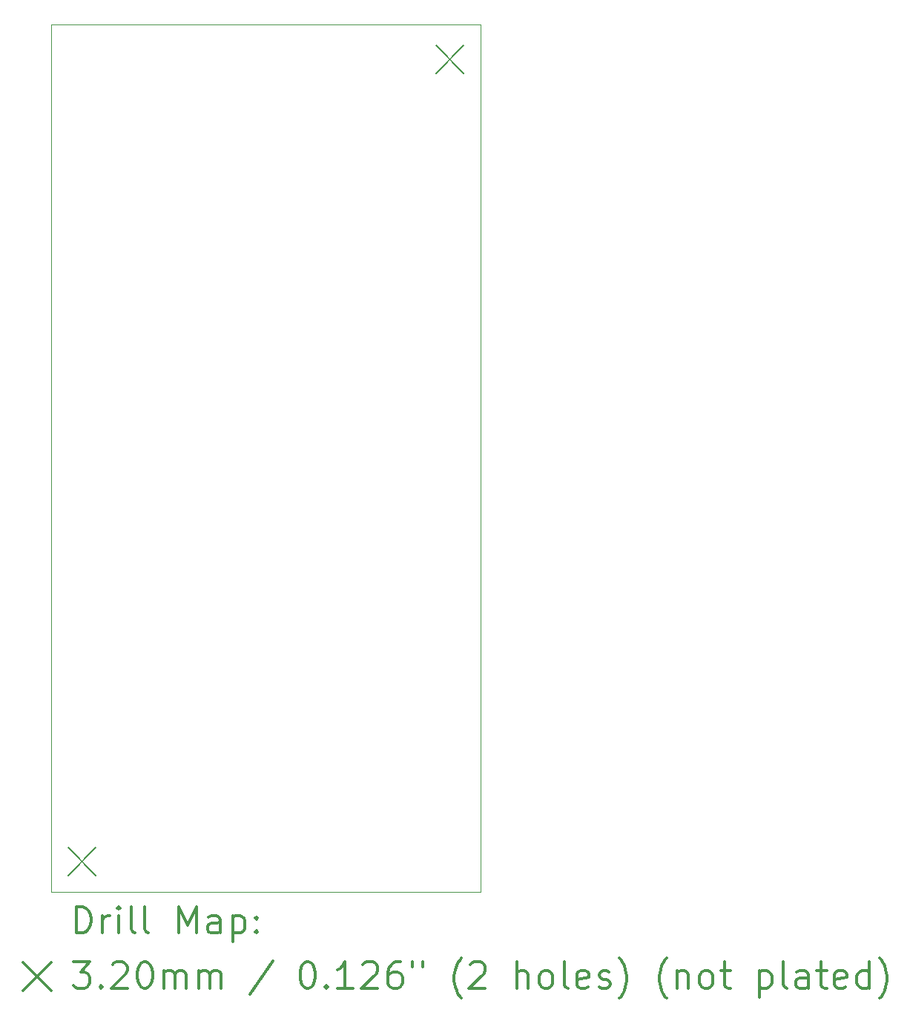
<source format=gbr>
%FSLAX45Y45*%
G04 Gerber Fmt 4.5, Leading zero omitted, Abs format (unit mm)*
G04 Created by KiCad (PCBNEW (5.1.8-0-10_14)) date 2021-07-18 16:16:16*
%MOMM*%
%LPD*%
G01*
G04 APERTURE LIST*
%TA.AperFunction,Profile*%
%ADD10C,0.050000*%
%TD*%
%ADD11C,0.200000*%
%ADD12C,0.300000*%
G04 APERTURE END LIST*
D10*
X10000000Y-14900000D02*
X10000000Y-5000000D01*
X14900000Y-14900000D02*
X10000000Y-14900000D01*
X14900000Y-5000000D02*
X14900000Y-14900000D01*
X10000000Y-5000000D02*
X14900000Y-5000000D01*
D11*
X14390000Y-5240000D02*
X14710000Y-5560000D01*
X14710000Y-5240000D02*
X14390000Y-5560000D01*
X10190000Y-14390000D02*
X10510000Y-14710000D01*
X10510000Y-14390000D02*
X10190000Y-14710000D01*
D12*
X10283928Y-15368214D02*
X10283928Y-15068214D01*
X10355357Y-15068214D01*
X10398214Y-15082500D01*
X10426786Y-15111071D01*
X10441071Y-15139643D01*
X10455357Y-15196786D01*
X10455357Y-15239643D01*
X10441071Y-15296786D01*
X10426786Y-15325357D01*
X10398214Y-15353929D01*
X10355357Y-15368214D01*
X10283928Y-15368214D01*
X10583928Y-15368214D02*
X10583928Y-15168214D01*
X10583928Y-15225357D02*
X10598214Y-15196786D01*
X10612500Y-15182500D01*
X10641071Y-15168214D01*
X10669643Y-15168214D01*
X10769643Y-15368214D02*
X10769643Y-15168214D01*
X10769643Y-15068214D02*
X10755357Y-15082500D01*
X10769643Y-15096786D01*
X10783928Y-15082500D01*
X10769643Y-15068214D01*
X10769643Y-15096786D01*
X10955357Y-15368214D02*
X10926786Y-15353929D01*
X10912500Y-15325357D01*
X10912500Y-15068214D01*
X11112500Y-15368214D02*
X11083928Y-15353929D01*
X11069643Y-15325357D01*
X11069643Y-15068214D01*
X11455357Y-15368214D02*
X11455357Y-15068214D01*
X11555357Y-15282500D01*
X11655357Y-15068214D01*
X11655357Y-15368214D01*
X11926786Y-15368214D02*
X11926786Y-15211071D01*
X11912500Y-15182500D01*
X11883928Y-15168214D01*
X11826786Y-15168214D01*
X11798214Y-15182500D01*
X11926786Y-15353929D02*
X11898214Y-15368214D01*
X11826786Y-15368214D01*
X11798214Y-15353929D01*
X11783928Y-15325357D01*
X11783928Y-15296786D01*
X11798214Y-15268214D01*
X11826786Y-15253929D01*
X11898214Y-15253929D01*
X11926786Y-15239643D01*
X12069643Y-15168214D02*
X12069643Y-15468214D01*
X12069643Y-15182500D02*
X12098214Y-15168214D01*
X12155357Y-15168214D01*
X12183928Y-15182500D01*
X12198214Y-15196786D01*
X12212500Y-15225357D01*
X12212500Y-15311071D01*
X12198214Y-15339643D01*
X12183928Y-15353929D01*
X12155357Y-15368214D01*
X12098214Y-15368214D01*
X12069643Y-15353929D01*
X12341071Y-15339643D02*
X12355357Y-15353929D01*
X12341071Y-15368214D01*
X12326786Y-15353929D01*
X12341071Y-15339643D01*
X12341071Y-15368214D01*
X12341071Y-15182500D02*
X12355357Y-15196786D01*
X12341071Y-15211071D01*
X12326786Y-15196786D01*
X12341071Y-15182500D01*
X12341071Y-15211071D01*
X9677500Y-15702500D02*
X9997500Y-16022500D01*
X9997500Y-15702500D02*
X9677500Y-16022500D01*
X10255357Y-15698214D02*
X10441071Y-15698214D01*
X10341071Y-15812500D01*
X10383928Y-15812500D01*
X10412500Y-15826786D01*
X10426786Y-15841071D01*
X10441071Y-15869643D01*
X10441071Y-15941071D01*
X10426786Y-15969643D01*
X10412500Y-15983929D01*
X10383928Y-15998214D01*
X10298214Y-15998214D01*
X10269643Y-15983929D01*
X10255357Y-15969643D01*
X10569643Y-15969643D02*
X10583928Y-15983929D01*
X10569643Y-15998214D01*
X10555357Y-15983929D01*
X10569643Y-15969643D01*
X10569643Y-15998214D01*
X10698214Y-15726786D02*
X10712500Y-15712500D01*
X10741071Y-15698214D01*
X10812500Y-15698214D01*
X10841071Y-15712500D01*
X10855357Y-15726786D01*
X10869643Y-15755357D01*
X10869643Y-15783929D01*
X10855357Y-15826786D01*
X10683928Y-15998214D01*
X10869643Y-15998214D01*
X11055357Y-15698214D02*
X11083928Y-15698214D01*
X11112500Y-15712500D01*
X11126786Y-15726786D01*
X11141071Y-15755357D01*
X11155357Y-15812500D01*
X11155357Y-15883929D01*
X11141071Y-15941071D01*
X11126786Y-15969643D01*
X11112500Y-15983929D01*
X11083928Y-15998214D01*
X11055357Y-15998214D01*
X11026786Y-15983929D01*
X11012500Y-15969643D01*
X10998214Y-15941071D01*
X10983928Y-15883929D01*
X10983928Y-15812500D01*
X10998214Y-15755357D01*
X11012500Y-15726786D01*
X11026786Y-15712500D01*
X11055357Y-15698214D01*
X11283928Y-15998214D02*
X11283928Y-15798214D01*
X11283928Y-15826786D02*
X11298214Y-15812500D01*
X11326786Y-15798214D01*
X11369643Y-15798214D01*
X11398214Y-15812500D01*
X11412500Y-15841071D01*
X11412500Y-15998214D01*
X11412500Y-15841071D02*
X11426786Y-15812500D01*
X11455357Y-15798214D01*
X11498214Y-15798214D01*
X11526786Y-15812500D01*
X11541071Y-15841071D01*
X11541071Y-15998214D01*
X11683928Y-15998214D02*
X11683928Y-15798214D01*
X11683928Y-15826786D02*
X11698214Y-15812500D01*
X11726786Y-15798214D01*
X11769643Y-15798214D01*
X11798214Y-15812500D01*
X11812500Y-15841071D01*
X11812500Y-15998214D01*
X11812500Y-15841071D02*
X11826786Y-15812500D01*
X11855357Y-15798214D01*
X11898214Y-15798214D01*
X11926786Y-15812500D01*
X11941071Y-15841071D01*
X11941071Y-15998214D01*
X12526786Y-15683929D02*
X12269643Y-16069643D01*
X12912500Y-15698214D02*
X12941071Y-15698214D01*
X12969643Y-15712500D01*
X12983928Y-15726786D01*
X12998214Y-15755357D01*
X13012500Y-15812500D01*
X13012500Y-15883929D01*
X12998214Y-15941071D01*
X12983928Y-15969643D01*
X12969643Y-15983929D01*
X12941071Y-15998214D01*
X12912500Y-15998214D01*
X12883928Y-15983929D01*
X12869643Y-15969643D01*
X12855357Y-15941071D01*
X12841071Y-15883929D01*
X12841071Y-15812500D01*
X12855357Y-15755357D01*
X12869643Y-15726786D01*
X12883928Y-15712500D01*
X12912500Y-15698214D01*
X13141071Y-15969643D02*
X13155357Y-15983929D01*
X13141071Y-15998214D01*
X13126786Y-15983929D01*
X13141071Y-15969643D01*
X13141071Y-15998214D01*
X13441071Y-15998214D02*
X13269643Y-15998214D01*
X13355357Y-15998214D02*
X13355357Y-15698214D01*
X13326786Y-15741071D01*
X13298214Y-15769643D01*
X13269643Y-15783929D01*
X13555357Y-15726786D02*
X13569643Y-15712500D01*
X13598214Y-15698214D01*
X13669643Y-15698214D01*
X13698214Y-15712500D01*
X13712500Y-15726786D01*
X13726786Y-15755357D01*
X13726786Y-15783929D01*
X13712500Y-15826786D01*
X13541071Y-15998214D01*
X13726786Y-15998214D01*
X13983928Y-15698214D02*
X13926786Y-15698214D01*
X13898214Y-15712500D01*
X13883928Y-15726786D01*
X13855357Y-15769643D01*
X13841071Y-15826786D01*
X13841071Y-15941071D01*
X13855357Y-15969643D01*
X13869643Y-15983929D01*
X13898214Y-15998214D01*
X13955357Y-15998214D01*
X13983928Y-15983929D01*
X13998214Y-15969643D01*
X14012500Y-15941071D01*
X14012500Y-15869643D01*
X13998214Y-15841071D01*
X13983928Y-15826786D01*
X13955357Y-15812500D01*
X13898214Y-15812500D01*
X13869643Y-15826786D01*
X13855357Y-15841071D01*
X13841071Y-15869643D01*
X14126786Y-15698214D02*
X14126786Y-15755357D01*
X14241071Y-15698214D02*
X14241071Y-15755357D01*
X14683928Y-16112500D02*
X14669643Y-16098214D01*
X14641071Y-16055357D01*
X14626786Y-16026786D01*
X14612500Y-15983929D01*
X14598214Y-15912500D01*
X14598214Y-15855357D01*
X14612500Y-15783929D01*
X14626786Y-15741071D01*
X14641071Y-15712500D01*
X14669643Y-15669643D01*
X14683928Y-15655357D01*
X14783928Y-15726786D02*
X14798214Y-15712500D01*
X14826786Y-15698214D01*
X14898214Y-15698214D01*
X14926786Y-15712500D01*
X14941071Y-15726786D01*
X14955357Y-15755357D01*
X14955357Y-15783929D01*
X14941071Y-15826786D01*
X14769643Y-15998214D01*
X14955357Y-15998214D01*
X15312500Y-15998214D02*
X15312500Y-15698214D01*
X15441071Y-15998214D02*
X15441071Y-15841071D01*
X15426786Y-15812500D01*
X15398214Y-15798214D01*
X15355357Y-15798214D01*
X15326786Y-15812500D01*
X15312500Y-15826786D01*
X15626786Y-15998214D02*
X15598214Y-15983929D01*
X15583928Y-15969643D01*
X15569643Y-15941071D01*
X15569643Y-15855357D01*
X15583928Y-15826786D01*
X15598214Y-15812500D01*
X15626786Y-15798214D01*
X15669643Y-15798214D01*
X15698214Y-15812500D01*
X15712500Y-15826786D01*
X15726786Y-15855357D01*
X15726786Y-15941071D01*
X15712500Y-15969643D01*
X15698214Y-15983929D01*
X15669643Y-15998214D01*
X15626786Y-15998214D01*
X15898214Y-15998214D02*
X15869643Y-15983929D01*
X15855357Y-15955357D01*
X15855357Y-15698214D01*
X16126786Y-15983929D02*
X16098214Y-15998214D01*
X16041071Y-15998214D01*
X16012500Y-15983929D01*
X15998214Y-15955357D01*
X15998214Y-15841071D01*
X16012500Y-15812500D01*
X16041071Y-15798214D01*
X16098214Y-15798214D01*
X16126786Y-15812500D01*
X16141071Y-15841071D01*
X16141071Y-15869643D01*
X15998214Y-15898214D01*
X16255357Y-15983929D02*
X16283928Y-15998214D01*
X16341071Y-15998214D01*
X16369643Y-15983929D01*
X16383928Y-15955357D01*
X16383928Y-15941071D01*
X16369643Y-15912500D01*
X16341071Y-15898214D01*
X16298214Y-15898214D01*
X16269643Y-15883929D01*
X16255357Y-15855357D01*
X16255357Y-15841071D01*
X16269643Y-15812500D01*
X16298214Y-15798214D01*
X16341071Y-15798214D01*
X16369643Y-15812500D01*
X16483928Y-16112500D02*
X16498214Y-16098214D01*
X16526786Y-16055357D01*
X16541071Y-16026786D01*
X16555357Y-15983929D01*
X16569643Y-15912500D01*
X16569643Y-15855357D01*
X16555357Y-15783929D01*
X16541071Y-15741071D01*
X16526786Y-15712500D01*
X16498214Y-15669643D01*
X16483928Y-15655357D01*
X17026786Y-16112500D02*
X17012500Y-16098214D01*
X16983928Y-16055357D01*
X16969643Y-16026786D01*
X16955357Y-15983929D01*
X16941071Y-15912500D01*
X16941071Y-15855357D01*
X16955357Y-15783929D01*
X16969643Y-15741071D01*
X16983928Y-15712500D01*
X17012500Y-15669643D01*
X17026786Y-15655357D01*
X17141071Y-15798214D02*
X17141071Y-15998214D01*
X17141071Y-15826786D02*
X17155357Y-15812500D01*
X17183928Y-15798214D01*
X17226786Y-15798214D01*
X17255357Y-15812500D01*
X17269643Y-15841071D01*
X17269643Y-15998214D01*
X17455357Y-15998214D02*
X17426786Y-15983929D01*
X17412500Y-15969643D01*
X17398214Y-15941071D01*
X17398214Y-15855357D01*
X17412500Y-15826786D01*
X17426786Y-15812500D01*
X17455357Y-15798214D01*
X17498214Y-15798214D01*
X17526786Y-15812500D01*
X17541071Y-15826786D01*
X17555357Y-15855357D01*
X17555357Y-15941071D01*
X17541071Y-15969643D01*
X17526786Y-15983929D01*
X17498214Y-15998214D01*
X17455357Y-15998214D01*
X17641071Y-15798214D02*
X17755357Y-15798214D01*
X17683928Y-15698214D02*
X17683928Y-15955357D01*
X17698214Y-15983929D01*
X17726786Y-15998214D01*
X17755357Y-15998214D01*
X18083928Y-15798214D02*
X18083928Y-16098214D01*
X18083928Y-15812500D02*
X18112500Y-15798214D01*
X18169643Y-15798214D01*
X18198214Y-15812500D01*
X18212500Y-15826786D01*
X18226786Y-15855357D01*
X18226786Y-15941071D01*
X18212500Y-15969643D01*
X18198214Y-15983929D01*
X18169643Y-15998214D01*
X18112500Y-15998214D01*
X18083928Y-15983929D01*
X18398214Y-15998214D02*
X18369643Y-15983929D01*
X18355357Y-15955357D01*
X18355357Y-15698214D01*
X18641071Y-15998214D02*
X18641071Y-15841071D01*
X18626786Y-15812500D01*
X18598214Y-15798214D01*
X18541071Y-15798214D01*
X18512500Y-15812500D01*
X18641071Y-15983929D02*
X18612500Y-15998214D01*
X18541071Y-15998214D01*
X18512500Y-15983929D01*
X18498214Y-15955357D01*
X18498214Y-15926786D01*
X18512500Y-15898214D01*
X18541071Y-15883929D01*
X18612500Y-15883929D01*
X18641071Y-15869643D01*
X18741071Y-15798214D02*
X18855357Y-15798214D01*
X18783928Y-15698214D02*
X18783928Y-15955357D01*
X18798214Y-15983929D01*
X18826786Y-15998214D01*
X18855357Y-15998214D01*
X19069643Y-15983929D02*
X19041071Y-15998214D01*
X18983928Y-15998214D01*
X18955357Y-15983929D01*
X18941071Y-15955357D01*
X18941071Y-15841071D01*
X18955357Y-15812500D01*
X18983928Y-15798214D01*
X19041071Y-15798214D01*
X19069643Y-15812500D01*
X19083928Y-15841071D01*
X19083928Y-15869643D01*
X18941071Y-15898214D01*
X19341071Y-15998214D02*
X19341071Y-15698214D01*
X19341071Y-15983929D02*
X19312500Y-15998214D01*
X19255357Y-15998214D01*
X19226786Y-15983929D01*
X19212500Y-15969643D01*
X19198214Y-15941071D01*
X19198214Y-15855357D01*
X19212500Y-15826786D01*
X19226786Y-15812500D01*
X19255357Y-15798214D01*
X19312500Y-15798214D01*
X19341071Y-15812500D01*
X19455357Y-16112500D02*
X19469643Y-16098214D01*
X19498214Y-16055357D01*
X19512500Y-16026786D01*
X19526786Y-15983929D01*
X19541071Y-15912500D01*
X19541071Y-15855357D01*
X19526786Y-15783929D01*
X19512500Y-15741071D01*
X19498214Y-15712500D01*
X19469643Y-15669643D01*
X19455357Y-15655357D01*
M02*

</source>
